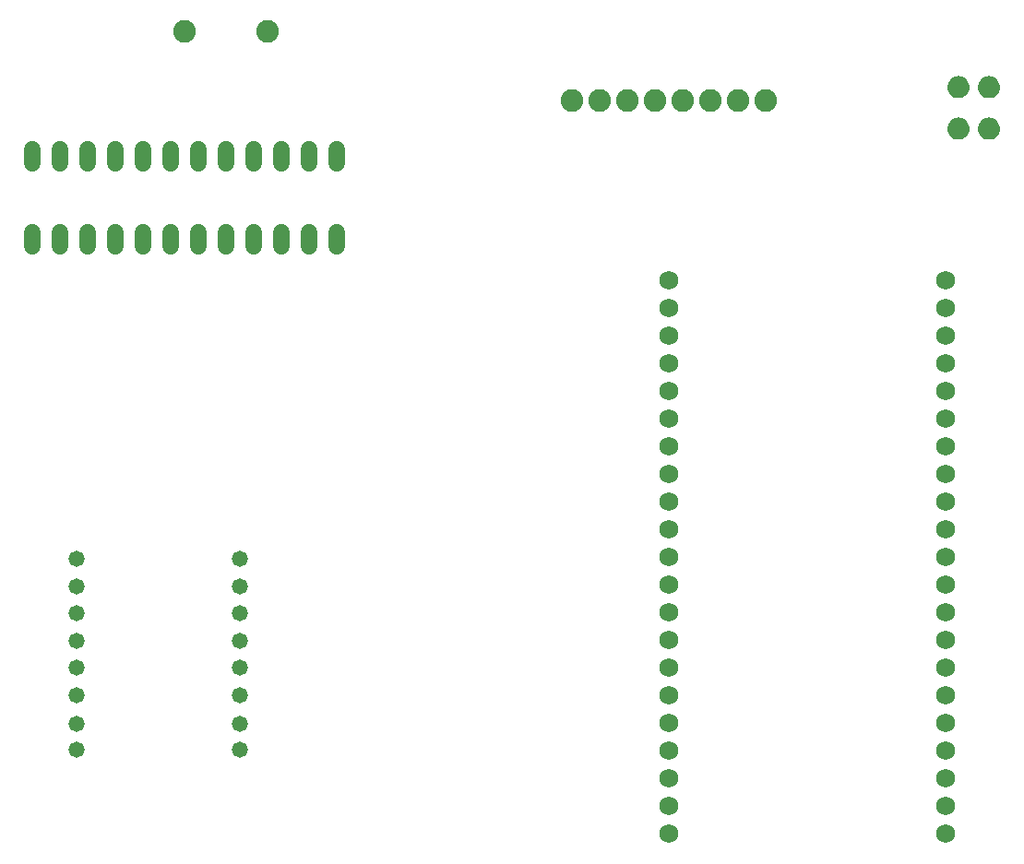
<source format=gbr>
G04 EAGLE Gerber RS-274X export*
G75*
%MOMM*%
%FSLAX34Y34*%
%LPD*%
%INSoldermask Bottom*%
%IPPOS*%
%AMOC8*
5,1,8,0,0,1.08239X$1,22.5*%
G01*
%ADD10C,1.524000*%
%ADD11C,2.082800*%
%ADD12C,1.473200*%
%ADD13C,1.733200*%

G36*
X966460Y701097D02*
X966460Y701097D01*
X966525Y701093D01*
X968356Y701253D01*
X968402Y701266D01*
X968478Y701276D01*
X970242Y701790D01*
X970286Y701811D01*
X970358Y701836D01*
X971988Y702685D01*
X972026Y702714D01*
X972092Y702753D01*
X973525Y703903D01*
X973557Y703939D01*
X973614Y703990D01*
X974795Y705398D01*
X974819Y705439D01*
X974865Y705500D01*
X975410Y706493D01*
X975749Y707112D01*
X975764Y707157D01*
X975798Y707226D01*
X976350Y708979D01*
X976356Y709026D01*
X976376Y709100D01*
X976576Y710927D01*
X976572Y710973D01*
X976578Y711042D01*
X976455Y712718D01*
X976444Y712761D01*
X976438Y712827D01*
X976027Y714457D01*
X976008Y714497D01*
X975990Y714561D01*
X975302Y716094D01*
X975277Y716131D01*
X975248Y716191D01*
X974304Y717581D01*
X974273Y717613D01*
X974235Y717667D01*
X973064Y718873D01*
X973028Y718899D01*
X972980Y718945D01*
X971618Y719929D01*
X971577Y719948D01*
X971523Y719985D01*
X970010Y720718D01*
X969967Y720730D01*
X969907Y720757D01*
X968290Y721215D01*
X968245Y721220D01*
X968181Y721236D01*
X966509Y721407D01*
X966461Y721403D01*
X966382Y721407D01*
X964710Y721241D01*
X964667Y721229D01*
X964602Y721220D01*
X962984Y720766D01*
X962943Y720747D01*
X962880Y720727D01*
X961366Y719999D01*
X961330Y719973D01*
X961271Y719943D01*
X959906Y718962D01*
X959875Y718930D01*
X959822Y718890D01*
X958648Y717688D01*
X958623Y717651D01*
X958578Y717603D01*
X957631Y716215D01*
X957613Y716174D01*
X957577Y716118D01*
X956885Y714587D01*
X956874Y714544D01*
X956848Y714483D01*
X956433Y712854D01*
X956430Y712810D01*
X956415Y712745D01*
X956289Y711070D01*
X956293Y711023D01*
X956291Y710951D01*
X956496Y709116D01*
X956510Y709069D01*
X956522Y708994D01*
X957082Y707233D01*
X957105Y707191D01*
X957131Y707119D01*
X958024Y705502D01*
X958054Y705464D01*
X958094Y705399D01*
X959285Y703987D01*
X959322Y703956D01*
X959374Y703900D01*
X960818Y702747D01*
X960860Y702725D01*
X960922Y702680D01*
X962563Y701831D01*
X962609Y701817D01*
X962678Y701785D01*
X964453Y701272D01*
X964501Y701267D01*
X964576Y701250D01*
X966416Y701093D01*
X966460Y701097D01*
G37*
G36*
X938469Y701097D02*
X938469Y701097D01*
X938534Y701093D01*
X940365Y701253D01*
X940411Y701266D01*
X940487Y701276D01*
X942251Y701790D01*
X942295Y701811D01*
X942367Y701836D01*
X943997Y702685D01*
X944035Y702714D01*
X944101Y702753D01*
X945534Y703903D01*
X945566Y703939D01*
X945623Y703990D01*
X946804Y705398D01*
X946828Y705439D01*
X946874Y705500D01*
X947419Y706493D01*
X947758Y707112D01*
X947773Y707157D01*
X947807Y707226D01*
X948359Y708979D01*
X948365Y709026D01*
X948385Y709100D01*
X948585Y710927D01*
X948581Y710973D01*
X948587Y711042D01*
X948464Y712718D01*
X948453Y712761D01*
X948447Y712827D01*
X948036Y714457D01*
X948017Y714497D01*
X947999Y714561D01*
X947311Y716094D01*
X947286Y716131D01*
X947257Y716191D01*
X946313Y717581D01*
X946282Y717613D01*
X946244Y717667D01*
X945073Y718873D01*
X945037Y718899D01*
X944989Y718945D01*
X943627Y719929D01*
X943586Y719948D01*
X943532Y719985D01*
X942019Y720718D01*
X941976Y720730D01*
X941916Y720757D01*
X940299Y721215D01*
X940254Y721220D01*
X940190Y721236D01*
X938518Y721407D01*
X938470Y721403D01*
X938391Y721407D01*
X936719Y721241D01*
X936676Y721229D01*
X936611Y721220D01*
X934993Y720766D01*
X934952Y720747D01*
X934889Y720727D01*
X933375Y719999D01*
X933339Y719973D01*
X933280Y719943D01*
X931915Y718962D01*
X931884Y718930D01*
X931831Y718890D01*
X930657Y717688D01*
X930632Y717651D01*
X930587Y717603D01*
X929640Y716215D01*
X929622Y716174D01*
X929586Y716118D01*
X928894Y714587D01*
X928883Y714544D01*
X928857Y714483D01*
X928442Y712854D01*
X928439Y712810D01*
X928424Y712745D01*
X928298Y711070D01*
X928302Y711023D01*
X928300Y710951D01*
X928505Y709116D01*
X928519Y709069D01*
X928531Y708994D01*
X929091Y707233D01*
X929114Y707191D01*
X929140Y707119D01*
X930033Y705502D01*
X930063Y705464D01*
X930103Y705399D01*
X931294Y703987D01*
X931331Y703956D01*
X931383Y703900D01*
X932827Y702747D01*
X932869Y702725D01*
X932931Y702680D01*
X934572Y701831D01*
X934618Y701817D01*
X934687Y701785D01*
X936462Y701272D01*
X936510Y701267D01*
X936585Y701250D01*
X938425Y701093D01*
X938469Y701097D01*
G37*
G36*
X966460Y662997D02*
X966460Y662997D01*
X966525Y662993D01*
X968356Y663153D01*
X968402Y663166D01*
X968478Y663176D01*
X970242Y663690D01*
X970286Y663711D01*
X970358Y663736D01*
X971988Y664585D01*
X972026Y664614D01*
X972092Y664653D01*
X973525Y665803D01*
X973557Y665839D01*
X973614Y665890D01*
X974795Y667298D01*
X974819Y667339D01*
X974865Y667400D01*
X975410Y668393D01*
X975749Y669012D01*
X975764Y669057D01*
X975798Y669126D01*
X976350Y670879D01*
X976356Y670926D01*
X976376Y671000D01*
X976576Y672827D01*
X976572Y672873D01*
X976578Y672942D01*
X976455Y674618D01*
X976444Y674661D01*
X976438Y674727D01*
X976027Y676357D01*
X976008Y676397D01*
X975990Y676461D01*
X975302Y677994D01*
X975277Y678031D01*
X975248Y678091D01*
X974304Y679481D01*
X974273Y679513D01*
X974235Y679567D01*
X973064Y680773D01*
X973028Y680799D01*
X972980Y680845D01*
X971618Y681829D01*
X971577Y681848D01*
X971523Y681885D01*
X970010Y682618D01*
X969967Y682630D01*
X969907Y682657D01*
X968290Y683115D01*
X968245Y683120D01*
X968181Y683136D01*
X966509Y683307D01*
X966461Y683303D01*
X966382Y683307D01*
X964710Y683141D01*
X964667Y683129D01*
X964602Y683120D01*
X962984Y682666D01*
X962943Y682647D01*
X962880Y682627D01*
X961366Y681899D01*
X961330Y681873D01*
X961271Y681843D01*
X959906Y680862D01*
X959875Y680830D01*
X959822Y680790D01*
X958648Y679588D01*
X958623Y679551D01*
X958578Y679503D01*
X957631Y678115D01*
X957613Y678074D01*
X957577Y678018D01*
X956885Y676487D01*
X956874Y676444D01*
X956848Y676383D01*
X956433Y674754D01*
X956430Y674710D01*
X956415Y674645D01*
X956289Y672970D01*
X956293Y672923D01*
X956291Y672851D01*
X956496Y671016D01*
X956510Y670969D01*
X956522Y670894D01*
X957082Y669133D01*
X957105Y669091D01*
X957131Y669019D01*
X958024Y667402D01*
X958054Y667364D01*
X958094Y667299D01*
X959285Y665887D01*
X959322Y665856D01*
X959374Y665800D01*
X960818Y664647D01*
X960860Y664625D01*
X960922Y664580D01*
X962563Y663731D01*
X962609Y663717D01*
X962678Y663685D01*
X964453Y663172D01*
X964501Y663167D01*
X964576Y663150D01*
X966416Y662993D01*
X966460Y662997D01*
G37*
G36*
X938469Y662997D02*
X938469Y662997D01*
X938534Y662993D01*
X940365Y663153D01*
X940411Y663166D01*
X940487Y663176D01*
X942251Y663690D01*
X942295Y663711D01*
X942367Y663736D01*
X943997Y664585D01*
X944035Y664614D01*
X944101Y664653D01*
X945534Y665803D01*
X945566Y665839D01*
X945623Y665890D01*
X946804Y667298D01*
X946828Y667339D01*
X946874Y667400D01*
X947419Y668393D01*
X947758Y669012D01*
X947773Y669057D01*
X947807Y669126D01*
X948359Y670879D01*
X948365Y670926D01*
X948385Y671000D01*
X948585Y672827D01*
X948581Y672873D01*
X948587Y672942D01*
X948464Y674618D01*
X948453Y674661D01*
X948447Y674727D01*
X948036Y676357D01*
X948017Y676397D01*
X947999Y676461D01*
X947311Y677994D01*
X947286Y678031D01*
X947257Y678091D01*
X946313Y679481D01*
X946282Y679513D01*
X946244Y679567D01*
X945073Y680773D01*
X945037Y680799D01*
X944989Y680845D01*
X943627Y681829D01*
X943586Y681848D01*
X943532Y681885D01*
X942019Y682618D01*
X941976Y682630D01*
X941916Y682657D01*
X940299Y683115D01*
X940254Y683120D01*
X940190Y683136D01*
X938518Y683307D01*
X938470Y683303D01*
X938391Y683307D01*
X936719Y683141D01*
X936676Y683129D01*
X936611Y683120D01*
X934993Y682666D01*
X934952Y682647D01*
X934889Y682627D01*
X933375Y681899D01*
X933339Y681873D01*
X933280Y681843D01*
X931915Y680862D01*
X931884Y680830D01*
X931831Y680790D01*
X930657Y679588D01*
X930632Y679551D01*
X930587Y679503D01*
X929640Y678115D01*
X929622Y678074D01*
X929586Y678018D01*
X928894Y676487D01*
X928883Y676444D01*
X928857Y676383D01*
X928442Y674754D01*
X928439Y674710D01*
X928424Y674645D01*
X928298Y672970D01*
X928302Y672923D01*
X928300Y672851D01*
X928505Y671016D01*
X928519Y670969D01*
X928531Y670894D01*
X929091Y669133D01*
X929114Y669091D01*
X929140Y669019D01*
X930033Y667402D01*
X930063Y667364D01*
X930103Y667299D01*
X931294Y665887D01*
X931331Y665856D01*
X931383Y665800D01*
X932827Y664647D01*
X932869Y664625D01*
X932931Y664580D01*
X934572Y663731D01*
X934618Y663717D01*
X934687Y663685D01*
X936462Y663172D01*
X936510Y663167D01*
X936585Y663150D01*
X938425Y662993D01*
X938469Y662997D01*
G37*
D10*
X88900Y564896D02*
X88900Y578104D01*
X114300Y578104D02*
X114300Y564896D01*
X139700Y564896D02*
X139700Y578104D01*
X165100Y578104D02*
X165100Y564896D01*
X190500Y564896D02*
X190500Y578104D01*
X215900Y578104D02*
X215900Y564896D01*
X241300Y564896D02*
X241300Y578104D01*
X266700Y578104D02*
X266700Y564896D01*
X292100Y564896D02*
X292100Y578104D01*
X317500Y578104D02*
X317500Y564896D01*
X342900Y564896D02*
X342900Y578104D01*
X368300Y578104D02*
X368300Y564896D01*
X368300Y641096D02*
X368300Y654304D01*
X342900Y654304D02*
X342900Y641096D01*
X317500Y641096D02*
X317500Y654304D01*
X292100Y654304D02*
X292100Y641096D01*
X266700Y641096D02*
X266700Y654304D01*
X241300Y654304D02*
X241300Y641096D01*
X215900Y641096D02*
X215900Y654304D01*
X190500Y654304D02*
X190500Y641096D01*
X165100Y641096D02*
X165100Y654304D01*
X139700Y654304D02*
X139700Y641096D01*
X114300Y641096D02*
X114300Y654304D01*
X88900Y654304D02*
X88900Y641096D01*
D11*
X584200Y698500D03*
X609600Y698500D03*
X635000Y698500D03*
X660400Y698500D03*
X685800Y698500D03*
X711200Y698500D03*
X736600Y698500D03*
X762000Y698500D03*
X228600Y762000D03*
X304800Y762000D03*
D12*
X278800Y102900D03*
X278800Y126900D03*
X278800Y152900D03*
X278800Y177900D03*
X278800Y202900D03*
X278800Y227900D03*
X278800Y252900D03*
X278800Y277900D03*
X128800Y102900D03*
X128800Y126900D03*
X128800Y152900D03*
X128800Y177900D03*
X128800Y202900D03*
X128800Y227900D03*
X128800Y252900D03*
X128800Y277900D03*
D13*
X673100Y279400D03*
X673100Y304800D03*
X673100Y330200D03*
X673100Y355600D03*
X673100Y381000D03*
X673100Y406400D03*
X673100Y431800D03*
X673100Y457200D03*
X673100Y482600D03*
X673100Y508000D03*
X673100Y533400D03*
X673100Y25400D03*
X673100Y50800D03*
X673100Y76200D03*
X673100Y101600D03*
X673100Y127000D03*
X673100Y152400D03*
X673100Y177800D03*
X673100Y203200D03*
X673100Y228600D03*
X673100Y254000D03*
X927100Y279400D03*
X927100Y304800D03*
X927100Y330200D03*
X927100Y355600D03*
X927100Y381000D03*
X927100Y406400D03*
X927100Y431800D03*
X927100Y457200D03*
X927100Y482600D03*
X927100Y508000D03*
X927100Y533400D03*
X927100Y25400D03*
X927100Y50800D03*
X927100Y76200D03*
X927100Y101600D03*
X927100Y127000D03*
X927100Y152400D03*
X927100Y177800D03*
X927100Y203200D03*
X927100Y228600D03*
X927100Y254000D03*
M02*

</source>
